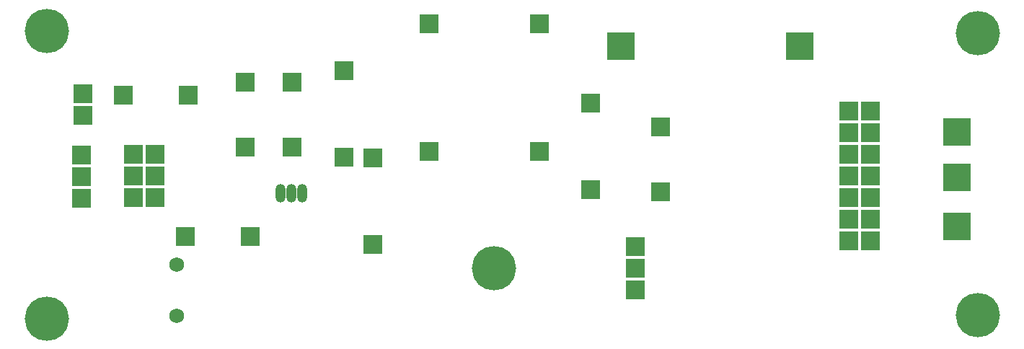
<source format=gbs>
%FSTAX24Y24*%
%MOIN*%
%SFA1B1*%

%IPPOS*%
%ADD16R,0.086740X0.086740*%
%ADD17R,0.086740X0.086740*%
%ADD18R,0.126110X0.126110*%
%ADD19O,0.047370X0.086740*%
%ADD20O,0.047370X0.086740*%
%ADD21C,0.204850*%
%ADD22C,0.068000*%
%LNpcb1-1*%
%LPD*%
G54D16*
X018937Y014881D03*
X024055D03*
Y008976D03*
X018937D03*
X010685Y005037D03*
X007685D03*
X007799Y011574D03*
X004799D03*
X002952Y011641D03*
Y010641D03*
G54D17*
X026417Y007212D03*
Y011212D03*
X002874Y006818D03*
Y007818D03*
Y008818D03*
X012598Y009169D03*
Y012169D03*
X010433Y009169D03*
Y012169D03*
X005259Y00885D03*
X006259D03*
X005259Y00785D03*
X006259D03*
X005259Y00685D03*
X006259D03*
X028464Y004582D03*
Y003582D03*
Y002582D03*
X029645Y007122D03*
Y010122D03*
X015Y012708D03*
Y008708D03*
X016335Y004687D03*
Y008687D03*
X039342Y004855D03*
X038342D03*
X039342Y005855D03*
X038342D03*
X039342Y006855D03*
X038342D03*
X039342Y007855D03*
X038342D03*
X039342Y008855D03*
X038342D03*
X039342Y009855D03*
X038342D03*
X039342Y010855D03*
X038342D03*
G54D18*
X027796Y013855D03*
X036064D03*
X043346Y007795D03*
Y009881D03*
Y005511D03*
G54D19*
X013085Y007037D03*
X012085D03*
G54D20*
X012585Y007037D03*
G54D21*
X021929Y003582D03*
X044291Y001417D03*
Y014448D03*
X001259Y001259D03*
Y014566D03*
G54D22*
X007283Y00374D03*
Y001378D03*
M02*
</source>
